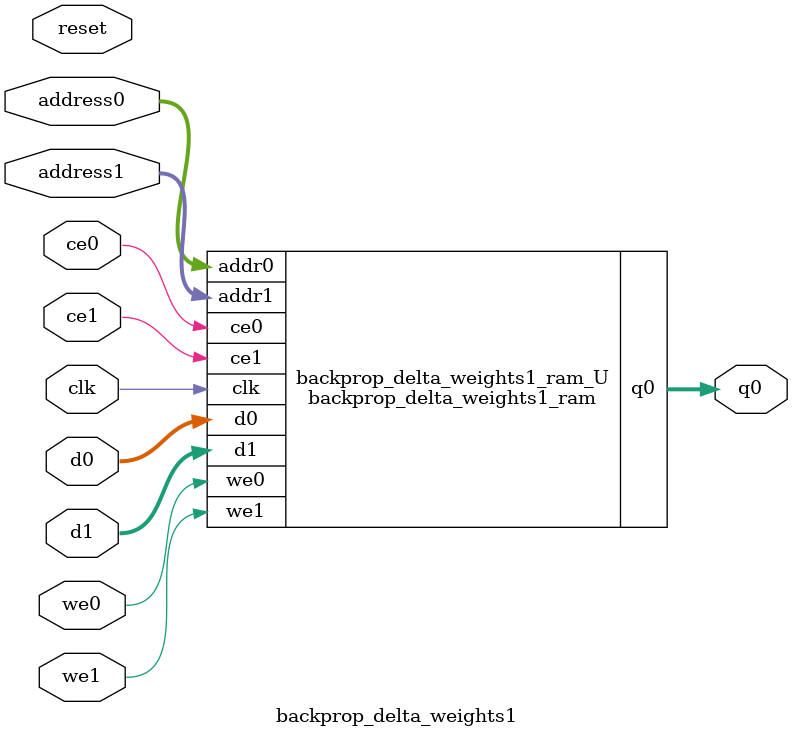
<source format=v>
`timescale 1 ns / 1 ps
module backprop_delta_weights1_ram (addr0, ce0, d0, we0, q0, addr1, ce1, d1, we1,  clk);

parameter DWIDTH = 64;
parameter AWIDTH = 10;
parameter MEM_SIZE = 832;

input[AWIDTH-1:0] addr0;
input ce0;
input[DWIDTH-1:0] d0;
input we0;
output reg[DWIDTH-1:0] q0;
input[AWIDTH-1:0] addr1;
input ce1;
input[DWIDTH-1:0] d1;
input we1;
input clk;

reg [DWIDTH-1:0] ram[0:MEM_SIZE-1];




always @(posedge clk)  
begin 
    if (ce0) begin
        if (we0) 
            ram[addr0] <= d0; 
        q0 <= ram[addr0];
    end
end


always @(posedge clk)  
begin 
    if (ce1) begin
        if (we1) 
            ram[addr1] <= d1; 
    end
end


endmodule

`timescale 1 ns / 1 ps
module backprop_delta_weights1(
    reset,
    clk,
    address0,
    ce0,
    we0,
    d0,
    q0,
    address1,
    ce1,
    we1,
    d1);

parameter DataWidth = 32'd64;
parameter AddressRange = 32'd832;
parameter AddressWidth = 32'd10;
input reset;
input clk;
input[AddressWidth - 1:0] address0;
input ce0;
input we0;
input[DataWidth - 1:0] d0;
output[DataWidth - 1:0] q0;
input[AddressWidth - 1:0] address1;
input ce1;
input we1;
input[DataWidth - 1:0] d1;



backprop_delta_weights1_ram backprop_delta_weights1_ram_U(
    .clk( clk ),
    .addr0( address0 ),
    .ce0( ce0 ),
    .we0( we0 ),
    .d0( d0 ),
    .q0( q0 ),
    .addr1( address1 ),
    .ce1( ce1 ),
    .we1( we1 ),
    .d1( d1 ));

endmodule


</source>
